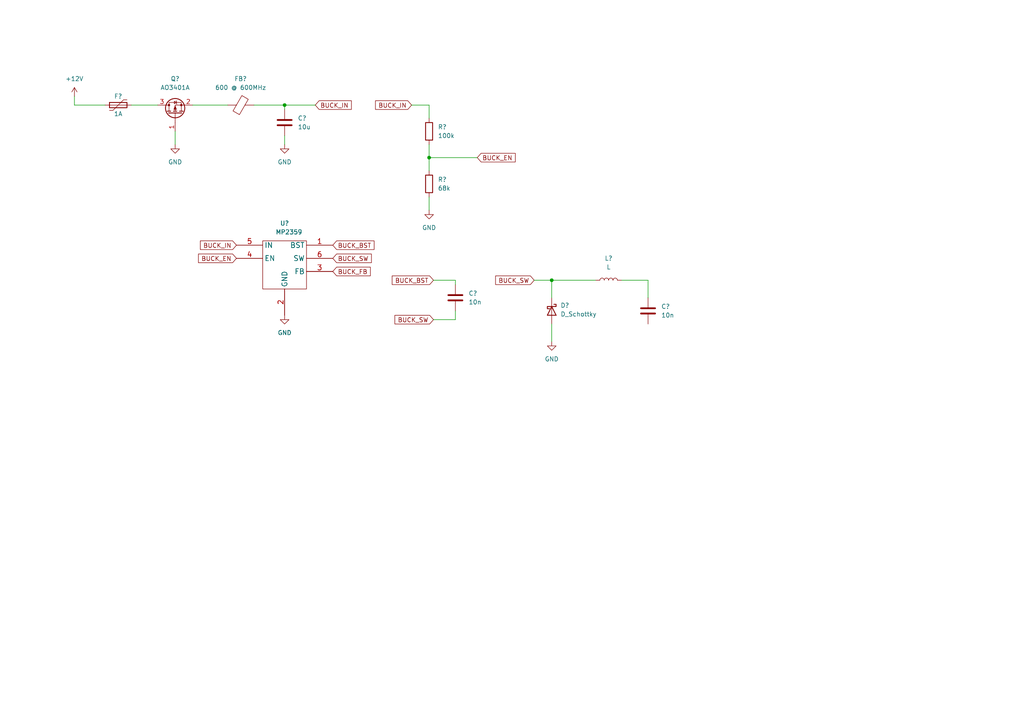
<source format=kicad_sch>
(kicad_sch (version 20211123) (generator eeschema)
  (paper "A4")
  (lib_symbols
    (symbol "Device:C" (pin_numbers hide) (pin_names (offset 0.254))
      (property "Reference" "C" (at 0.635 2.54 0))
      (property "Value" "C" (at 0.635 -2.54 0))
      (symbol "C_0_1"
        (polyline (pts (xy -2.032 -0.762) (xy 2.032 -0.762)) (stroke (width 0.508)))
        (polyline (pts (xy -2.032 0.762) (xy 2.032 0.762)) (stroke (width 0.508)))
      )
      (symbol "C_1_1"
        (pin passive line (at 0 3.81 270) (length 2.794) (name "~") (number "1"))
        (pin passive line (at 0 -3.81 90) (length 2.794) (name "~") (number "2"))
      )
    )
    (symbol "Device:D_Schottky" (pin_numbers hide) (pin_names (offset 1.016) hide)
      (property "Reference" "D" (at 0 2.54 0))
      (property "Value" "D_Schottky" (at 0 -2.54 0))
      (symbol "D_Schottky_0_1"
        (polyline (pts (xy 1.27 0) (xy -1.27 0)))
        (polyline (pts (xy 1.27 1.27) (xy 1.27 -1.27) (xy -1.27 0) (xy 1.27 1.27)) (stroke (width 0.254)))
        (polyline (pts (xy -1.905 0.635) (xy -1.905 1.27) (xy -1.27 1.27) (xy -1.27 -1.27) (xy -0.635 -1.27) (xy -0.635 -0.635)) (stroke (width 0.254)))
      )
      (symbol "D_Schottky_1_1"
        (pin passive line (at -3.81 0 0) (length 2.54) (name "K") (number "1"))
        (pin passive line (at 3.81 0 180) (length 2.54) (name "A") (number "2"))
      )
    )
    (symbol "Device:FerriteBead" (pin_numbers hide) (pin_names (offset 0))
      (property "Reference" "FB" (at -3.81 0.635 90))
      (property "Value" "FerriteBead" (at 3.81 0 90))
      (symbol "FerriteBead_0_1"
        (polyline (pts (xy 0 -1.27) (xy 0 -1.2192)))
        (polyline (pts (xy 0 1.27) (xy 0 1.2954)))
        (polyline (pts (xy -2.7686 0.4064) (xy -1.7018 2.2606) (xy 2.7686 -0.3048) (xy 1.6764 -2.159) (xy -2.7686 0.4064)))
      )
      (symbol "FerriteBead_1_1"
        (pin passive line (at 0 3.81 270) (length 2.54) (name "~") (number "1"))
        (pin passive line (at 0 -3.81 90) (length 2.54) (name "~") (number "2"))
      )
    )
    (symbol "Device:L" (pin_numbers hide) (pin_names (offset 1.016) hide)
      (property "Reference" "L" (at -1.27 0 90))
      (property "Value" "L" (at 1.905 0 90))
      (symbol "L_0_1"
        (arc (start 0 -2.54) (mid 0.635 -1.905) (end 0 -1.27))
        (arc (start 0 -1.27) (mid 0.635 -0.635) (end 0 0))
        (arc (start 0 0) (mid 0.635 0.635) (end 0 1.27))
        (arc (start 0 1.27) (mid 0.635 1.905) (end 0 2.54))
      )
      (symbol "L_1_1"
        (pin passive line (at 0 3.81 270) (length 1.27) (name "1") (number "1"))
        (pin passive line (at 0 -3.81 90) (length 1.27) (name "2") (number "2"))
      )
    )
    (symbol "Device:Polyfuse" (pin_numbers hide) (pin_names (offset 0))
      (property "Reference" "F" (at -2.54 0 90))
      (property "Value" "Polyfuse" (at 2.54 0 90))
      (symbol "Polyfuse_0_1"
        (rectangle (start -0.762 2.54) (end 0.762 -2.54) (stroke (width 0.254)))
        (polyline (pts (xy 0 2.54) (xy 0 -2.54)))
        (polyline (pts (xy -1.524 2.54) (xy -1.524 1.524) (xy 1.524 -1.524) (xy 1.524 -2.54)))
      )
      (symbol "Polyfuse_1_1"
        (pin passive line (at 0 3.81 270) (length 1.27) (name "~") (number "1"))
        (pin passive line (at 0 -3.81 90) (length 1.27) (name "~") (number "2"))
      )
    )
    (symbol "Device:R" (pin_numbers hide) (pin_names (offset 0))
      (property "Reference" "R" (at 2.032 0 90))
      (property "Value" "R" (at 0 0 90))
      (symbol "R_0_1"
        (rectangle (start -1.016 -2.54) (end 1.016 2.54) (stroke (width 0.254)))
      )
      (symbol "R_1_1"
        (pin passive line (at 0 3.81 270) (length 1.27) (name "~") (number "1"))
        (pin passive line (at 0 -3.81 90) (length 1.27) (name "~") (number "2"))
      )
    )
    (symbol "New_Library:MP2359"
      (property "Reference" "U?" (at 0 17.78 0))
      (property "Value" "MP2359" (at 1.27 15.24 0))
      (symbol "MP2359_0_1"
        (rectangle (start 6.35 -1.27) (end -6.35 12.7))
      )
      (symbol "MP2359_1_1"
        (pin power_in line (at 13.97 11.43 180) (length 7.62) (name "BST") (number "1"))
        (pin power_in line (at 0 -8.89 90) (length 7.62) (name "GND") (number "2"))
        (pin power_in line (at 13.97 3.81 180) (length 7.62) (name "FB") (number "3"))
        (pin power_in line (at -13.97 7.62 0) (length 7.62) (name "EN") (number "4"))
        (pin power_in line (at -13.97 11.43 0) (length 7.62) (name "IN") (number "5"))
        (pin power_in line (at 13.97 7.62 180) (length 7.62) (name "SW") (number "6"))
      )
    )
    (symbol "Transistor_FET:AO3401A" (pin_names hide)
      (property "Reference" "Q" (at 5.08 1.905 0))
      (property "Value" "AO3401A" (at 5.08 0 0))
      (symbol "AO3401A_0_1"
        (polyline (pts (xy 0.254 0) (xy -2.54 0)))
        (polyline (pts (xy 0.254 1.905) (xy 0.254 -1.905)) (stroke (width 0.254)))
        (polyline (pts (xy 0.762 -1.27) (xy 0.762 -2.286)) (stroke (width 0.254)))
        (polyline (pts (xy 0.762 0.508) (xy 0.762 -0.508)) (stroke (width 0.254)))
        (polyline (pts (xy 0.762 2.286) (xy 0.762 1.27)) (stroke (width 0.254)))
        (polyline (pts (xy 2.54 2.54) (xy 2.54 1.778)))
        (polyline (pts (xy 2.54 -2.54) (xy 2.54 0) (xy 0.762 0)))
        (polyline (pts (xy 0.762 1.778) (xy 3.302 1.778) (xy 3.302 -1.778) (xy 0.762 -1.778)))
        (polyline (pts (xy 2.286 0) (xy 1.27 0.381) (xy 1.27 -0.381) (xy 2.286 0)) (fill (type outline)))
        (polyline (pts (xy 2.794 -0.508) (xy 2.921 -0.381) (xy 3.683 -0.381) (xy 3.81 -0.254)))
        (polyline (pts (xy 3.302 -0.381) (xy 2.921 0.254) (xy 3.683 0.254) (xy 3.302 -0.381)))
        (circle (center 1.651 0) (radius 2.794) (stroke (width 0.254)))
        (circle (center 2.54 -1.778) (radius 0.254) (fill (type outline)))
        (circle (center 2.54 1.778) (radius 0.254) (fill (type outline)))
      )
      (symbol "AO3401A_1_1"
        (pin input line (at -5.08 0 0) (length 2.54) (name "G") (number "1"))
        (pin passive line (at 2.54 -5.08 90) (length 2.54) (name "S") (number "2"))
        (pin passive line (at 2.54 5.08 270) (length 2.54) (name "D") (number "3"))
      )
    )
    (symbol "power:+12V" (power) (pin_names (offset 0))
      (property "Value" "+12V" (at 0 3.556 0))
      (symbol "+12V_0_1"
        (polyline (pts (xy -0.762 1.27) (xy 0 2.54)))
        (polyline (pts (xy 0 0) (xy 0 2.54)))
        (polyline (pts (xy 0 2.54) (xy 0.762 1.27)))
      )
      (symbol "+12V_1_1"
        (pin power_in line (at 0 0 90) (length 0) hide (name "+12V") (number "1"))
      )
    )
    (symbol "power:GND" (power) (pin_names (offset 0))
      (property "Value" "GND" (at 0 -3.81 0))
      (symbol "GND_0_1"
        (polyline (pts (xy 0 0) (xy 0 -1.27) (xy 1.27 -1.27) (xy 0 -2.54) (xy -1.27 -1.27) (xy 0 -1.27)))
      )
      (symbol "GND_1_1"
        (pin power_in line (at 0 0 270) (length 0) hide (name "GND") (number "1"))
      )
    )
  )
  (junction (at 160.02 81.28))
  (junction (at 82.55 30.48))
  (junction (at 124.46 45.72))
  (wire (pts (xy 160.02 86.36) (xy 160.02 81.28)))
  (wire (pts (xy 124.46 34.29) (xy 124.46 30.48)))
  (wire (pts (xy 55.88 30.48) (xy 66.04 30.48)))
  (wire (pts (xy 160.02 93.98) (xy 160.02 99.06)))
  (wire (pts (xy 82.55 39.37) (xy 82.55 41.91)))
  (wire (pts (xy 82.55 30.48) (xy 91.44 30.48)))
  (wire (pts (xy 132.08 81.28) (xy 132.08 82.55)))
  (wire (pts (xy 38.1 30.48) (xy 45.72 30.48)))
  (wire (pts (xy 21.59 27.94) (xy 21.59 30.48)))
  (wire (pts (xy 132.08 92.71) (xy 132.08 90.17)))
  (wire (pts (xy 124.46 45.72) (xy 138.43 45.72)))
  (wire (pts (xy 73.66 30.48) (xy 82.55 30.48)))
  (wire (pts (xy 187.96 81.28) (xy 180.34 81.28)))
  (wire (pts (xy 160.02 81.28) (xy 154.94 81.28)))
  (wire (pts (xy 124.46 30.48) (xy 119.38 30.48)))
  (wire (pts (xy 160.02 81.28) (xy 172.72 81.28)))
  (wire (pts (xy 124.46 45.72) (xy 124.46 49.53)))
  (wire (pts (xy 124.46 41.91) (xy 124.46 45.72)))
  (wire (pts (xy 124.46 57.15) (xy 124.46 60.96)))
  (wire (pts (xy 125.73 92.71) (xy 132.08 92.71)))
  (wire (pts (xy 21.59 30.48) (xy 30.48 30.48)))
  (wire (pts (xy 50.8 38.1) (xy 50.8 41.91)))
  (wire (pts (xy 125.73 81.28) (xy 132.08 81.28)))
  (wire (pts (xy 82.55 30.48) (xy 82.55 31.75)))
  (wire (pts (xy 187.96 86.36) (xy 187.96 81.28)))
  (global_label "BUCK_FB" (shape input) (at 96.52 78.74 0) (property "Intersheet References" "${INTERSHEET_REFS}" (effects hide)))
  (global_label "BUCK_SW" (shape input) (at 96.52 74.93 0) (property "Intersheet References" "${INTERSHEET_REFS}" (effects hide)))
  (global_label "BUCK_IN" (shape input) (at 68.58 71.12 180) (property "Intersheet References" "${INTERSHEET_REFS}" (effects hide)))
  (global_label "BUCK_SW" (shape input) (at 125.73 92.71 180) (property "Intersheet References" "${INTERSHEET_REFS}" (effects hide)))
  (global_label "BUCK_IN" (shape input) (at 91.44 30.48 0) (property "Intersheet References" "${INTERSHEET_REFS}" (effects hide)))
  (global_label "BUCK_SW" (shape input) (at 154.94 81.28 180) (property "Intersheet References" "${INTERSHEET_REFS}" (effects hide)))
  (global_label "BUCK_EN" (shape input) (at 138.43 45.72 0) (property "Intersheet References" "${INTERSHEET_REFS}" (effects hide)))
  (global_label "BUCK_IN" (shape input) (at 119.38 30.48 180) (property "Intersheet References" "${INTERSHEET_REFS}" (effects hide)))
  (global_label "BUCK_EN" (shape input) (at 68.58 74.93 180) (property "Intersheet References" "${INTERSHEET_REFS}" (effects hide)))
  (global_label "BUCK_BST" (shape input) (at 125.73 81.28 180) (property "Intersheet References" "${INTERSHEET_REFS}" (effects hide)))
  (global_label "BUCK_BST" (shape input) (at 96.52 71.12 0) (property "Intersheet References" "${INTERSHEET_REFS}" (effects hide)))
  (symbol (lib_id "power:GND") (at 160.02 99.06 0) (unit 1)
    (property "Reference" "#PWR?" (effects hide))
    (property "Value" "GND" (at 160.02 104.14 0))
  )
  (symbol (lib_id "Device:D_Schottky") (at 160.02 90.17 270) (unit 1)
    (property "Reference" "D?" (at 162.56 88.5824 90) (effects (justify left)))
    (property "Value" "D_Schottky" (at 162.56 91.1224 90) (effects (justify left)))
  )
  (symbol (lib_id "power:GND") (at 82.55 91.44 0) (unit 1)
    (property "Reference" "#PWR?" (effects hide))
    (property "Value" "GND" (at 82.55 96.52 0))
  )
  (symbol (lib_id "power:GND") (at 82.55 41.91 0) (unit 1)
    (property "Reference" "#PWR?" (effects hide))
    (property "Value" "GND" (at 82.55 46.99 0))
  )
  (symbol (lib_id "Device:C") (at 187.96 90.17 0) (unit 1)
    (property "Reference" "C?" (at 191.77 88.8999 0) (effects (justify left)))
    (property "Value" "10n" (at 191.77 91.4399 0) (effects (justify left)))
  )
  (symbol (lib_id "power:GND") (at 124.46 60.96 0) (unit 1)
    (property "Reference" "#PWR?" (effects hide))
    (property "Value" "GND" (at 124.46 66.04 0))
  )
  (symbol (lib_id "power:GND") (at 50.8 41.91 0) (unit 1)
    (property "Reference" "#PWR?" (effects hide))
    (property "Value" "GND" (at 50.8 46.99 0))
  )
  (symbol (lib_id "Device:R") (at 124.46 53.34 0) (unit 1)
    (property "Reference" "R?" (at 127 52.0699 0) (effects (justify left)))
    (property "Value" "68k" (at 127 54.6099 0) (effects (justify left)))
  )
  (symbol (lib_id "Device:C") (at 82.55 35.56 0) (unit 1)
    (property "Reference" "C?" (at 86.36 34.2899 0) (effects (justify left)))
    (property "Value" "10u" (at 86.36 36.8299 0) (effects (justify left)))
  )
  (symbol (lib_id "Transistor_FET:AO3401A") (at 50.8 33.02 90) (unit 1)
    (property "Reference" "Q?" (at 50.8 22.86 90))
    (property "Value" "AO3401A" (at 50.8 25.4 90))
    (property "Footprint" "Package_TO_SOT_SMD:SOT-23" (effects hide))
    (property "Datasheet" "http://www.aosmd.com/pdfs/datasheet/AO3401A.pdf" (effects hide))
  )
  (symbol (lib_id "New_Library:MP2359") (at 82.55 82.55 0) (unit 1)
    (property "Reference" "U?" (at 82.55 64.77 0))
    (property "Value" "MP2359" (at 83.82 67.31 0))
  )
  (symbol (lib_id "Device:Polyfuse") (at 34.29 30.48 270) (unit 1)
    (property "Reference" "F?" (at 34.29 27.94 90))
    (property "Value" "1A" (at 34.29 33.02 90))
  )
  (symbol (lib_id "Device:C") (at 132.08 86.36 0) (unit 1)
    (property "Reference" "C?" (at 135.89 85.0899 0) (effects (justify left)))
    (property "Value" "10n" (at 135.89 87.6299 0) (effects (justify left)))
  )
  (symbol (lib_id "Device:L") (at 176.53 81.28 90) (unit 1)
    (property "Reference" "L?" (at 176.53 74.93 90))
    (property "Value" "L" (at 176.53 77.47 90))
  )
  (symbol (lib_id "Device:FerriteBead") (at 69.85 30.48 90) (unit 1)
    (property "Reference" "FB?" (at 69.7992 22.86 90))
    (property "Value" "600 @ 600MHz" (at 69.7992 25.4 90))
  )
  (symbol (lib_id "power:+12V") (at 21.59 27.94 0) (unit 1)
    (property "Reference" "#PWR?" (effects hide))
    (property "Value" "+12V" (at 21.59 22.86 0))
  )
  (symbol (lib_id "Device:R") (at 124.46 38.1 0) (unit 1)
    (property "Reference" "R?" (at 127 36.8299 0) (effects (justify left)))
    (property "Value" "100k" (at 127 39.3699 0) (effects (justify left)))
  )
)
</source>
